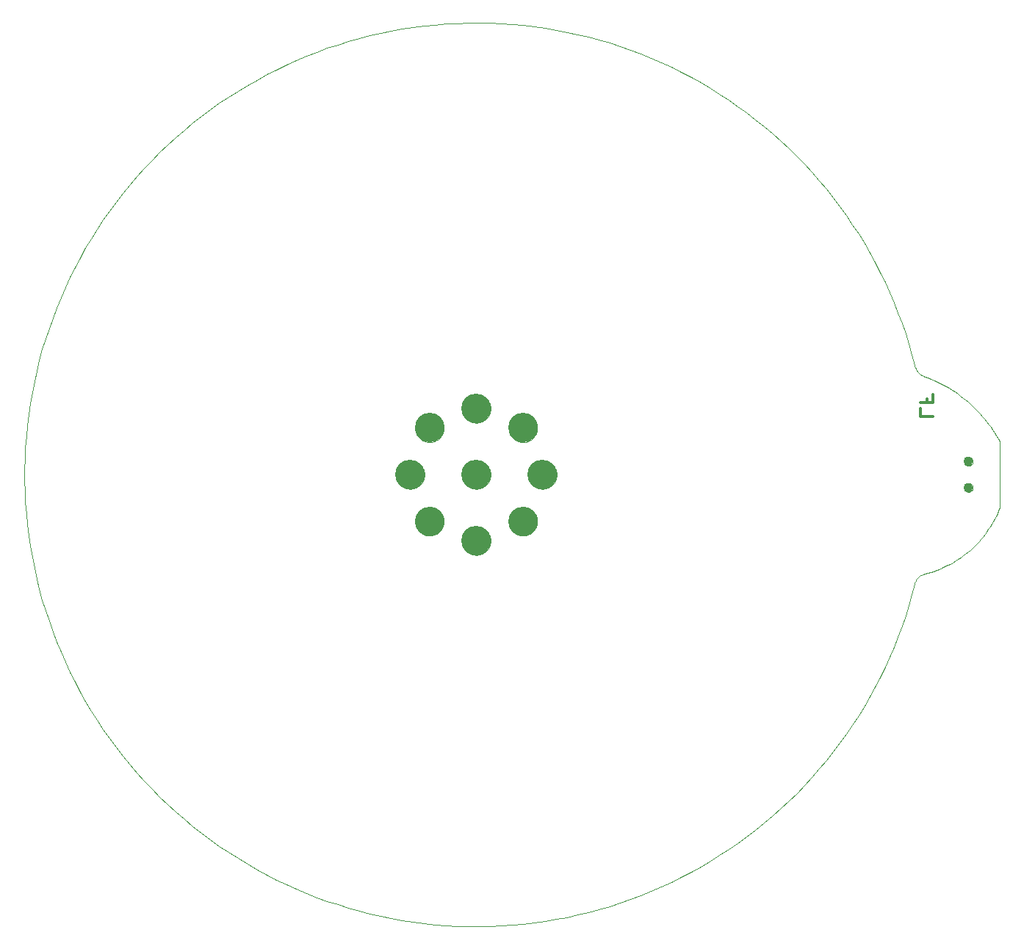
<source format=gbs>
G75*
%MOIN*%
%OFA0B0*%
%FSLAX24Y24*%
%IPPOS*%
%LPD*%
%AMOC8*
5,1,8,0,0,1.08239X$1,22.5*
%
%ADD10C,0.0010*%
%ADD11C,0.0140*%
%ADD12C,0.0000*%
%ADD13C,0.1339*%
%ADD14C,0.0434*%
D10*
X040496Y015646D02*
X040369Y015161D01*
X040230Y014679D01*
X040079Y014201D01*
X039917Y013727D01*
X039743Y013257D01*
X039557Y012791D01*
X039361Y012330D01*
X039153Y011874D01*
X038934Y011424D01*
X038704Y010978D01*
X038463Y010539D01*
X038212Y010105D01*
X037950Y009678D01*
X037678Y009257D01*
X037395Y008843D01*
X037102Y008436D01*
X036800Y008036D01*
X036488Y007644D01*
X036166Y007260D01*
X035835Y006883D01*
X035495Y006515D01*
X035147Y006155D01*
X034789Y005804D01*
X034423Y005462D01*
X034049Y005128D01*
X033666Y004804D01*
X033276Y004490D01*
X032878Y004185D01*
X032473Y003890D01*
X032061Y003605D01*
X031642Y003330D01*
X031216Y003065D01*
X030784Y002811D01*
X030346Y002567D01*
X029902Y002335D01*
X029453Y002113D01*
X028998Y001902D01*
X028538Y001702D01*
X028074Y001514D01*
X027605Y001337D01*
X027132Y001172D01*
X026655Y001018D01*
X026174Y000876D01*
X025690Y000746D01*
X025203Y000627D01*
X024713Y000521D01*
X024221Y000426D01*
X023727Y000344D01*
X023231Y000274D01*
X022733Y000216D01*
X022234Y000170D01*
X021734Y000136D01*
X021233Y000115D01*
X020732Y000105D01*
X020231Y000108D01*
X019730Y000124D01*
X019229Y000151D01*
X018730Y000191D01*
X018231Y000243D01*
X017734Y000307D01*
X017239Y000383D01*
X016745Y000472D01*
X016254Y000572D01*
X015766Y000684D01*
X015280Y000809D01*
X014798Y000945D01*
X014319Y001093D01*
X013844Y001252D01*
X013373Y001423D01*
X012906Y001606D01*
X012444Y001800D01*
X011986Y002005D01*
X011534Y002221D01*
X011088Y002448D01*
X010647Y002686D01*
X010212Y002935D01*
X009783Y003194D01*
X009360Y003464D01*
X008945Y003744D01*
X008536Y004034D01*
X008134Y004334D01*
X007740Y004644D01*
X007354Y004963D01*
X006976Y005292D01*
X006605Y005630D01*
X006243Y005976D01*
X005890Y006332D01*
X005545Y006696D01*
X005210Y007068D01*
X004884Y007449D01*
X004567Y007837D01*
X004259Y008233D01*
X003962Y008636D01*
X003674Y009047D01*
X003397Y009464D01*
X003129Y009888D01*
X002873Y010318D01*
X002626Y010755D01*
X002391Y011197D01*
X002167Y011646D01*
X001953Y012099D01*
X001751Y012558D01*
X001560Y013021D01*
X001380Y013489D01*
X001212Y013961D01*
X001055Y014437D01*
X000910Y014917D01*
X000777Y015400D01*
X000655Y015886D01*
X000546Y016375D01*
X000449Y016867D01*
X000363Y017361D01*
X000290Y017857D01*
X000229Y018354D01*
X000180Y018853D01*
X000143Y019353D01*
X000119Y019853D01*
X000107Y020354D01*
X000107Y020856D01*
X000119Y021357D01*
X000143Y021857D01*
X000180Y022357D01*
X000229Y022856D01*
X000290Y023353D01*
X000363Y023849D01*
X000449Y024343D01*
X000546Y024835D01*
X000655Y025324D01*
X000777Y025810D01*
X000910Y026293D01*
X001055Y026773D01*
X001212Y027249D01*
X001380Y027721D01*
X001560Y028189D01*
X001751Y028652D01*
X001953Y029111D01*
X002167Y029564D01*
X002391Y030013D01*
X002626Y030455D01*
X002873Y030892D01*
X003129Y031322D01*
X003397Y031746D01*
X003674Y032163D01*
X003962Y032574D01*
X004259Y032977D01*
X004567Y033373D01*
X004884Y033761D01*
X005210Y034142D01*
X005545Y034514D01*
X005890Y034878D01*
X006243Y035234D01*
X006605Y035580D01*
X006976Y035918D01*
X007354Y036247D01*
X007740Y036566D01*
X008134Y036876D01*
X008536Y037176D01*
X008945Y037466D01*
X009360Y037746D01*
X009783Y038016D01*
X010212Y038275D01*
X010647Y038524D01*
X011088Y038762D01*
X011534Y038989D01*
X011986Y039205D01*
X012444Y039410D01*
X012906Y039604D01*
X013373Y039787D01*
X013844Y039958D01*
X014319Y040117D01*
X014798Y040265D01*
X015280Y040401D01*
X015766Y040526D01*
X016254Y040638D01*
X016745Y040738D01*
X017239Y040827D01*
X017734Y040903D01*
X018231Y040967D01*
X018730Y041019D01*
X019229Y041059D01*
X019730Y041086D01*
X020231Y041102D01*
X020732Y041105D01*
X021233Y041095D01*
X021734Y041074D01*
X022234Y041040D01*
X022733Y040994D01*
X023231Y040936D01*
X023727Y040866D01*
X024221Y040784D01*
X024713Y040689D01*
X025203Y040583D01*
X025690Y040464D01*
X026174Y040334D01*
X026655Y040192D01*
X027132Y040038D01*
X027605Y039873D01*
X028074Y039696D01*
X028538Y039508D01*
X028998Y039308D01*
X029453Y039097D01*
X029902Y038875D01*
X030346Y038643D01*
X030784Y038399D01*
X031216Y038145D01*
X031642Y037880D01*
X032061Y037605D01*
X032473Y037320D01*
X032878Y037025D01*
X033276Y036720D01*
X033666Y036406D01*
X034049Y036082D01*
X034423Y035748D01*
X034789Y035406D01*
X035147Y035055D01*
X035495Y034695D01*
X035835Y034327D01*
X036166Y033950D01*
X036488Y033566D01*
X036800Y033174D01*
X037102Y032774D01*
X037395Y032367D01*
X037678Y031953D01*
X037950Y031532D01*
X038212Y031105D01*
X038463Y030671D01*
X038704Y030232D01*
X038934Y029786D01*
X039153Y029336D01*
X039361Y028880D01*
X039557Y028419D01*
X039743Y027953D01*
X039917Y027483D01*
X040079Y027009D01*
X040230Y026531D01*
X040369Y026049D01*
X040496Y025564D01*
X040510Y025515D01*
X040527Y025467D01*
X040548Y025421D01*
X040572Y025376D01*
X040599Y025333D01*
X040629Y025291D01*
X040662Y025252D01*
X040697Y025216D01*
X040735Y025182D01*
X040775Y025150D01*
X040817Y025122D01*
X040862Y025096D01*
X040907Y025074D01*
X040955Y025055D01*
X044355Y022105D02*
X044355Y019105D01*
X040955Y016105D02*
X040908Y016091D01*
X040862Y016074D01*
X040818Y016054D01*
X040776Y016030D01*
X040736Y016002D01*
X040697Y015972D01*
X040662Y015939D01*
X040629Y015903D01*
X040598Y015865D01*
X040571Y015825D01*
X040547Y015782D01*
X040527Y015738D01*
X040509Y015692D01*
X040496Y015646D01*
X044355Y022105D02*
X044281Y022239D01*
X044204Y022372D01*
X044124Y022503D01*
X044040Y022632D01*
X043954Y022758D01*
X043864Y022883D01*
X043771Y023005D01*
X043676Y023125D01*
X043577Y023243D01*
X043476Y023358D01*
X043371Y023470D01*
X043265Y023581D01*
X043155Y023688D01*
X043043Y023793D01*
X042928Y023895D01*
X042811Y023994D01*
X042692Y024090D01*
X042570Y024183D01*
X042446Y024274D01*
X042319Y024361D01*
X042191Y024445D01*
X042061Y024526D01*
X041929Y024604D01*
X041794Y024678D01*
X041659Y024750D01*
X041521Y024818D01*
X041382Y024882D01*
X041241Y024943D01*
X041099Y025001D01*
X040955Y025055D01*
X044355Y019105D02*
X044303Y018976D01*
X044248Y018849D01*
X044188Y018724D01*
X044126Y018600D01*
X044060Y018479D01*
X043990Y018359D01*
X043918Y018241D01*
X043842Y018125D01*
X043762Y018011D01*
X043680Y017900D01*
X043594Y017791D01*
X043506Y017684D01*
X043414Y017580D01*
X043320Y017479D01*
X043223Y017380D01*
X043123Y017284D01*
X043020Y017191D01*
X042915Y017101D01*
X042807Y017013D01*
X042697Y016929D01*
X042585Y016848D01*
X042470Y016770D01*
X042353Y016696D01*
X042234Y016624D01*
X042114Y016556D01*
X041991Y016492D01*
X041867Y016431D01*
X041741Y016373D01*
X041613Y016319D01*
X041484Y016269D01*
X041353Y016222D01*
X041222Y016179D01*
X041089Y016140D01*
X040955Y016105D01*
D11*
X040775Y023225D02*
X040775Y023599D01*
X040775Y023870D02*
X041335Y023870D01*
X041335Y024243D01*
X041055Y024056D02*
X041055Y023870D01*
X041335Y023225D02*
X040775Y023225D01*
D12*
X042741Y021196D02*
X042743Y021223D01*
X042749Y021250D01*
X042758Y021276D01*
X042771Y021300D01*
X042787Y021323D01*
X042806Y021342D01*
X042828Y021359D01*
X042852Y021373D01*
X042877Y021383D01*
X042904Y021390D01*
X042931Y021393D01*
X042959Y021392D01*
X042986Y021387D01*
X043012Y021379D01*
X043036Y021367D01*
X043059Y021351D01*
X043080Y021333D01*
X043097Y021312D01*
X043112Y021288D01*
X043123Y021263D01*
X043131Y021237D01*
X043135Y021210D01*
X043135Y021182D01*
X043131Y021155D01*
X043123Y021129D01*
X043112Y021104D01*
X043097Y021080D01*
X043080Y021059D01*
X043059Y021041D01*
X043037Y021025D01*
X043012Y021013D01*
X042986Y021005D01*
X042959Y021000D01*
X042931Y020999D01*
X042904Y021002D01*
X042877Y021009D01*
X042852Y021019D01*
X042828Y021033D01*
X042806Y021050D01*
X042787Y021069D01*
X042771Y021092D01*
X042758Y021116D01*
X042749Y021142D01*
X042743Y021169D01*
X042741Y021196D01*
X042741Y020014D02*
X042743Y020041D01*
X042749Y020068D01*
X042758Y020094D01*
X042771Y020118D01*
X042787Y020141D01*
X042806Y020160D01*
X042828Y020177D01*
X042852Y020191D01*
X042877Y020201D01*
X042904Y020208D01*
X042931Y020211D01*
X042959Y020210D01*
X042986Y020205D01*
X043012Y020197D01*
X043036Y020185D01*
X043059Y020169D01*
X043080Y020151D01*
X043097Y020130D01*
X043112Y020106D01*
X043123Y020081D01*
X043131Y020055D01*
X043135Y020028D01*
X043135Y020000D01*
X043131Y019973D01*
X043123Y019947D01*
X043112Y019922D01*
X043097Y019898D01*
X043080Y019877D01*
X043059Y019859D01*
X043037Y019843D01*
X043012Y019831D01*
X042986Y019823D01*
X042959Y019818D01*
X042931Y019817D01*
X042904Y019820D01*
X042877Y019827D01*
X042852Y019837D01*
X042828Y019851D01*
X042806Y019868D01*
X042787Y019887D01*
X042771Y019910D01*
X042758Y019934D01*
X042749Y019960D01*
X042743Y019987D01*
X042741Y020014D01*
X022955Y020605D02*
X022957Y020655D01*
X022963Y020705D01*
X022973Y020755D01*
X022986Y020803D01*
X023003Y020851D01*
X023024Y020897D01*
X023048Y020941D01*
X023076Y020983D01*
X023107Y021023D01*
X023141Y021060D01*
X023178Y021095D01*
X023217Y021126D01*
X023258Y021155D01*
X023302Y021180D01*
X023348Y021202D01*
X023395Y021220D01*
X023443Y021234D01*
X023492Y021245D01*
X023542Y021252D01*
X023592Y021255D01*
X023643Y021254D01*
X023693Y021249D01*
X023743Y021240D01*
X023791Y021228D01*
X023839Y021211D01*
X023885Y021191D01*
X023930Y021168D01*
X023973Y021141D01*
X024013Y021111D01*
X024051Y021078D01*
X024086Y021042D01*
X024119Y021003D01*
X024148Y020962D01*
X024174Y020919D01*
X024197Y020874D01*
X024216Y020827D01*
X024231Y020779D01*
X024243Y020730D01*
X024251Y020680D01*
X024255Y020630D01*
X024255Y020580D01*
X024251Y020530D01*
X024243Y020480D01*
X024231Y020431D01*
X024216Y020383D01*
X024197Y020336D01*
X024174Y020291D01*
X024148Y020248D01*
X024119Y020207D01*
X024086Y020168D01*
X024051Y020132D01*
X024013Y020099D01*
X023973Y020069D01*
X023930Y020042D01*
X023885Y020019D01*
X023839Y019999D01*
X023791Y019982D01*
X023743Y019970D01*
X023693Y019961D01*
X023643Y019956D01*
X023592Y019955D01*
X023542Y019958D01*
X023492Y019965D01*
X023443Y019976D01*
X023395Y019990D01*
X023348Y020008D01*
X023302Y020030D01*
X023258Y020055D01*
X023217Y020084D01*
X023178Y020115D01*
X023141Y020150D01*
X023107Y020187D01*
X023076Y020227D01*
X023048Y020269D01*
X023024Y020313D01*
X023003Y020359D01*
X022986Y020407D01*
X022973Y020455D01*
X022963Y020505D01*
X022957Y020555D01*
X022955Y020605D01*
X022076Y022726D02*
X022078Y022776D01*
X022084Y022826D01*
X022094Y022876D01*
X022107Y022924D01*
X022124Y022972D01*
X022145Y023018D01*
X022169Y023062D01*
X022197Y023104D01*
X022228Y023144D01*
X022262Y023181D01*
X022299Y023216D01*
X022338Y023247D01*
X022379Y023276D01*
X022423Y023301D01*
X022469Y023323D01*
X022516Y023341D01*
X022564Y023355D01*
X022613Y023366D01*
X022663Y023373D01*
X022713Y023376D01*
X022764Y023375D01*
X022814Y023370D01*
X022864Y023361D01*
X022912Y023349D01*
X022960Y023332D01*
X023006Y023312D01*
X023051Y023289D01*
X023094Y023262D01*
X023134Y023232D01*
X023172Y023199D01*
X023207Y023163D01*
X023240Y023124D01*
X023269Y023083D01*
X023295Y023040D01*
X023318Y022995D01*
X023337Y022948D01*
X023352Y022900D01*
X023364Y022851D01*
X023372Y022801D01*
X023376Y022751D01*
X023376Y022701D01*
X023372Y022651D01*
X023364Y022601D01*
X023352Y022552D01*
X023337Y022504D01*
X023318Y022457D01*
X023295Y022412D01*
X023269Y022369D01*
X023240Y022328D01*
X023207Y022289D01*
X023172Y022253D01*
X023134Y022220D01*
X023094Y022190D01*
X023051Y022163D01*
X023006Y022140D01*
X022960Y022120D01*
X022912Y022103D01*
X022864Y022091D01*
X022814Y022082D01*
X022764Y022077D01*
X022713Y022076D01*
X022663Y022079D01*
X022613Y022086D01*
X022564Y022097D01*
X022516Y022111D01*
X022469Y022129D01*
X022423Y022151D01*
X022379Y022176D01*
X022338Y022205D01*
X022299Y022236D01*
X022262Y022271D01*
X022228Y022308D01*
X022197Y022348D01*
X022169Y022390D01*
X022145Y022434D01*
X022124Y022480D01*
X022107Y022528D01*
X022094Y022576D01*
X022084Y022626D01*
X022078Y022676D01*
X022076Y022726D01*
X019955Y023605D02*
X019957Y023655D01*
X019963Y023705D01*
X019973Y023755D01*
X019986Y023803D01*
X020003Y023851D01*
X020024Y023897D01*
X020048Y023941D01*
X020076Y023983D01*
X020107Y024023D01*
X020141Y024060D01*
X020178Y024095D01*
X020217Y024126D01*
X020258Y024155D01*
X020302Y024180D01*
X020348Y024202D01*
X020395Y024220D01*
X020443Y024234D01*
X020492Y024245D01*
X020542Y024252D01*
X020592Y024255D01*
X020643Y024254D01*
X020693Y024249D01*
X020743Y024240D01*
X020791Y024228D01*
X020839Y024211D01*
X020885Y024191D01*
X020930Y024168D01*
X020973Y024141D01*
X021013Y024111D01*
X021051Y024078D01*
X021086Y024042D01*
X021119Y024003D01*
X021148Y023962D01*
X021174Y023919D01*
X021197Y023874D01*
X021216Y023827D01*
X021231Y023779D01*
X021243Y023730D01*
X021251Y023680D01*
X021255Y023630D01*
X021255Y023580D01*
X021251Y023530D01*
X021243Y023480D01*
X021231Y023431D01*
X021216Y023383D01*
X021197Y023336D01*
X021174Y023291D01*
X021148Y023248D01*
X021119Y023207D01*
X021086Y023168D01*
X021051Y023132D01*
X021013Y023099D01*
X020973Y023069D01*
X020930Y023042D01*
X020885Y023019D01*
X020839Y022999D01*
X020791Y022982D01*
X020743Y022970D01*
X020693Y022961D01*
X020643Y022956D01*
X020592Y022955D01*
X020542Y022958D01*
X020492Y022965D01*
X020443Y022976D01*
X020395Y022990D01*
X020348Y023008D01*
X020302Y023030D01*
X020258Y023055D01*
X020217Y023084D01*
X020178Y023115D01*
X020141Y023150D01*
X020107Y023187D01*
X020076Y023227D01*
X020048Y023269D01*
X020024Y023313D01*
X020003Y023359D01*
X019986Y023407D01*
X019973Y023455D01*
X019963Y023505D01*
X019957Y023555D01*
X019955Y023605D01*
X017834Y022726D02*
X017836Y022776D01*
X017842Y022826D01*
X017852Y022876D01*
X017865Y022924D01*
X017882Y022972D01*
X017903Y023018D01*
X017927Y023062D01*
X017955Y023104D01*
X017986Y023144D01*
X018020Y023181D01*
X018057Y023216D01*
X018096Y023247D01*
X018137Y023276D01*
X018181Y023301D01*
X018227Y023323D01*
X018274Y023341D01*
X018322Y023355D01*
X018371Y023366D01*
X018421Y023373D01*
X018471Y023376D01*
X018522Y023375D01*
X018572Y023370D01*
X018622Y023361D01*
X018670Y023349D01*
X018718Y023332D01*
X018764Y023312D01*
X018809Y023289D01*
X018852Y023262D01*
X018892Y023232D01*
X018930Y023199D01*
X018965Y023163D01*
X018998Y023124D01*
X019027Y023083D01*
X019053Y023040D01*
X019076Y022995D01*
X019095Y022948D01*
X019110Y022900D01*
X019122Y022851D01*
X019130Y022801D01*
X019134Y022751D01*
X019134Y022701D01*
X019130Y022651D01*
X019122Y022601D01*
X019110Y022552D01*
X019095Y022504D01*
X019076Y022457D01*
X019053Y022412D01*
X019027Y022369D01*
X018998Y022328D01*
X018965Y022289D01*
X018930Y022253D01*
X018892Y022220D01*
X018852Y022190D01*
X018809Y022163D01*
X018764Y022140D01*
X018718Y022120D01*
X018670Y022103D01*
X018622Y022091D01*
X018572Y022082D01*
X018522Y022077D01*
X018471Y022076D01*
X018421Y022079D01*
X018371Y022086D01*
X018322Y022097D01*
X018274Y022111D01*
X018227Y022129D01*
X018181Y022151D01*
X018137Y022176D01*
X018096Y022205D01*
X018057Y022236D01*
X018020Y022271D01*
X017986Y022308D01*
X017955Y022348D01*
X017927Y022390D01*
X017903Y022434D01*
X017882Y022480D01*
X017865Y022528D01*
X017852Y022576D01*
X017842Y022626D01*
X017836Y022676D01*
X017834Y022726D01*
X016955Y020605D02*
X016957Y020655D01*
X016963Y020705D01*
X016973Y020755D01*
X016986Y020803D01*
X017003Y020851D01*
X017024Y020897D01*
X017048Y020941D01*
X017076Y020983D01*
X017107Y021023D01*
X017141Y021060D01*
X017178Y021095D01*
X017217Y021126D01*
X017258Y021155D01*
X017302Y021180D01*
X017348Y021202D01*
X017395Y021220D01*
X017443Y021234D01*
X017492Y021245D01*
X017542Y021252D01*
X017592Y021255D01*
X017643Y021254D01*
X017693Y021249D01*
X017743Y021240D01*
X017791Y021228D01*
X017839Y021211D01*
X017885Y021191D01*
X017930Y021168D01*
X017973Y021141D01*
X018013Y021111D01*
X018051Y021078D01*
X018086Y021042D01*
X018119Y021003D01*
X018148Y020962D01*
X018174Y020919D01*
X018197Y020874D01*
X018216Y020827D01*
X018231Y020779D01*
X018243Y020730D01*
X018251Y020680D01*
X018255Y020630D01*
X018255Y020580D01*
X018251Y020530D01*
X018243Y020480D01*
X018231Y020431D01*
X018216Y020383D01*
X018197Y020336D01*
X018174Y020291D01*
X018148Y020248D01*
X018119Y020207D01*
X018086Y020168D01*
X018051Y020132D01*
X018013Y020099D01*
X017973Y020069D01*
X017930Y020042D01*
X017885Y020019D01*
X017839Y019999D01*
X017791Y019982D01*
X017743Y019970D01*
X017693Y019961D01*
X017643Y019956D01*
X017592Y019955D01*
X017542Y019958D01*
X017492Y019965D01*
X017443Y019976D01*
X017395Y019990D01*
X017348Y020008D01*
X017302Y020030D01*
X017258Y020055D01*
X017217Y020084D01*
X017178Y020115D01*
X017141Y020150D01*
X017107Y020187D01*
X017076Y020227D01*
X017048Y020269D01*
X017024Y020313D01*
X017003Y020359D01*
X016986Y020407D01*
X016973Y020455D01*
X016963Y020505D01*
X016957Y020555D01*
X016955Y020605D01*
X017834Y018484D02*
X017836Y018534D01*
X017842Y018584D01*
X017852Y018634D01*
X017865Y018682D01*
X017882Y018730D01*
X017903Y018776D01*
X017927Y018820D01*
X017955Y018862D01*
X017986Y018902D01*
X018020Y018939D01*
X018057Y018974D01*
X018096Y019005D01*
X018137Y019034D01*
X018181Y019059D01*
X018227Y019081D01*
X018274Y019099D01*
X018322Y019113D01*
X018371Y019124D01*
X018421Y019131D01*
X018471Y019134D01*
X018522Y019133D01*
X018572Y019128D01*
X018622Y019119D01*
X018670Y019107D01*
X018718Y019090D01*
X018764Y019070D01*
X018809Y019047D01*
X018852Y019020D01*
X018892Y018990D01*
X018930Y018957D01*
X018965Y018921D01*
X018998Y018882D01*
X019027Y018841D01*
X019053Y018798D01*
X019076Y018753D01*
X019095Y018706D01*
X019110Y018658D01*
X019122Y018609D01*
X019130Y018559D01*
X019134Y018509D01*
X019134Y018459D01*
X019130Y018409D01*
X019122Y018359D01*
X019110Y018310D01*
X019095Y018262D01*
X019076Y018215D01*
X019053Y018170D01*
X019027Y018127D01*
X018998Y018086D01*
X018965Y018047D01*
X018930Y018011D01*
X018892Y017978D01*
X018852Y017948D01*
X018809Y017921D01*
X018764Y017898D01*
X018718Y017878D01*
X018670Y017861D01*
X018622Y017849D01*
X018572Y017840D01*
X018522Y017835D01*
X018471Y017834D01*
X018421Y017837D01*
X018371Y017844D01*
X018322Y017855D01*
X018274Y017869D01*
X018227Y017887D01*
X018181Y017909D01*
X018137Y017934D01*
X018096Y017963D01*
X018057Y017994D01*
X018020Y018029D01*
X017986Y018066D01*
X017955Y018106D01*
X017927Y018148D01*
X017903Y018192D01*
X017882Y018238D01*
X017865Y018286D01*
X017852Y018334D01*
X017842Y018384D01*
X017836Y018434D01*
X017834Y018484D01*
X019955Y017605D02*
X019957Y017655D01*
X019963Y017705D01*
X019973Y017755D01*
X019986Y017803D01*
X020003Y017851D01*
X020024Y017897D01*
X020048Y017941D01*
X020076Y017983D01*
X020107Y018023D01*
X020141Y018060D01*
X020178Y018095D01*
X020217Y018126D01*
X020258Y018155D01*
X020302Y018180D01*
X020348Y018202D01*
X020395Y018220D01*
X020443Y018234D01*
X020492Y018245D01*
X020542Y018252D01*
X020592Y018255D01*
X020643Y018254D01*
X020693Y018249D01*
X020743Y018240D01*
X020791Y018228D01*
X020839Y018211D01*
X020885Y018191D01*
X020930Y018168D01*
X020973Y018141D01*
X021013Y018111D01*
X021051Y018078D01*
X021086Y018042D01*
X021119Y018003D01*
X021148Y017962D01*
X021174Y017919D01*
X021197Y017874D01*
X021216Y017827D01*
X021231Y017779D01*
X021243Y017730D01*
X021251Y017680D01*
X021255Y017630D01*
X021255Y017580D01*
X021251Y017530D01*
X021243Y017480D01*
X021231Y017431D01*
X021216Y017383D01*
X021197Y017336D01*
X021174Y017291D01*
X021148Y017248D01*
X021119Y017207D01*
X021086Y017168D01*
X021051Y017132D01*
X021013Y017099D01*
X020973Y017069D01*
X020930Y017042D01*
X020885Y017019D01*
X020839Y016999D01*
X020791Y016982D01*
X020743Y016970D01*
X020693Y016961D01*
X020643Y016956D01*
X020592Y016955D01*
X020542Y016958D01*
X020492Y016965D01*
X020443Y016976D01*
X020395Y016990D01*
X020348Y017008D01*
X020302Y017030D01*
X020258Y017055D01*
X020217Y017084D01*
X020178Y017115D01*
X020141Y017150D01*
X020107Y017187D01*
X020076Y017227D01*
X020048Y017269D01*
X020024Y017313D01*
X020003Y017359D01*
X019986Y017407D01*
X019973Y017455D01*
X019963Y017505D01*
X019957Y017555D01*
X019955Y017605D01*
X022076Y018484D02*
X022078Y018534D01*
X022084Y018584D01*
X022094Y018634D01*
X022107Y018682D01*
X022124Y018730D01*
X022145Y018776D01*
X022169Y018820D01*
X022197Y018862D01*
X022228Y018902D01*
X022262Y018939D01*
X022299Y018974D01*
X022338Y019005D01*
X022379Y019034D01*
X022423Y019059D01*
X022469Y019081D01*
X022516Y019099D01*
X022564Y019113D01*
X022613Y019124D01*
X022663Y019131D01*
X022713Y019134D01*
X022764Y019133D01*
X022814Y019128D01*
X022864Y019119D01*
X022912Y019107D01*
X022960Y019090D01*
X023006Y019070D01*
X023051Y019047D01*
X023094Y019020D01*
X023134Y018990D01*
X023172Y018957D01*
X023207Y018921D01*
X023240Y018882D01*
X023269Y018841D01*
X023295Y018798D01*
X023318Y018753D01*
X023337Y018706D01*
X023352Y018658D01*
X023364Y018609D01*
X023372Y018559D01*
X023376Y018509D01*
X023376Y018459D01*
X023372Y018409D01*
X023364Y018359D01*
X023352Y018310D01*
X023337Y018262D01*
X023318Y018215D01*
X023295Y018170D01*
X023269Y018127D01*
X023240Y018086D01*
X023207Y018047D01*
X023172Y018011D01*
X023134Y017978D01*
X023094Y017948D01*
X023051Y017921D01*
X023006Y017898D01*
X022960Y017878D01*
X022912Y017861D01*
X022864Y017849D01*
X022814Y017840D01*
X022764Y017835D01*
X022713Y017834D01*
X022663Y017837D01*
X022613Y017844D01*
X022564Y017855D01*
X022516Y017869D01*
X022469Y017887D01*
X022423Y017909D01*
X022379Y017934D01*
X022338Y017963D01*
X022299Y017994D01*
X022262Y018029D01*
X022228Y018066D01*
X022197Y018106D01*
X022169Y018148D01*
X022145Y018192D01*
X022124Y018238D01*
X022107Y018286D01*
X022094Y018334D01*
X022084Y018384D01*
X022078Y018434D01*
X022076Y018484D01*
X019955Y020605D02*
X019957Y020655D01*
X019963Y020705D01*
X019973Y020755D01*
X019986Y020803D01*
X020003Y020851D01*
X020024Y020897D01*
X020048Y020941D01*
X020076Y020983D01*
X020107Y021023D01*
X020141Y021060D01*
X020178Y021095D01*
X020217Y021126D01*
X020258Y021155D01*
X020302Y021180D01*
X020348Y021202D01*
X020395Y021220D01*
X020443Y021234D01*
X020492Y021245D01*
X020542Y021252D01*
X020592Y021255D01*
X020643Y021254D01*
X020693Y021249D01*
X020743Y021240D01*
X020791Y021228D01*
X020839Y021211D01*
X020885Y021191D01*
X020930Y021168D01*
X020973Y021141D01*
X021013Y021111D01*
X021051Y021078D01*
X021086Y021042D01*
X021119Y021003D01*
X021148Y020962D01*
X021174Y020919D01*
X021197Y020874D01*
X021216Y020827D01*
X021231Y020779D01*
X021243Y020730D01*
X021251Y020680D01*
X021255Y020630D01*
X021255Y020580D01*
X021251Y020530D01*
X021243Y020480D01*
X021231Y020431D01*
X021216Y020383D01*
X021197Y020336D01*
X021174Y020291D01*
X021148Y020248D01*
X021119Y020207D01*
X021086Y020168D01*
X021051Y020132D01*
X021013Y020099D01*
X020973Y020069D01*
X020930Y020042D01*
X020885Y020019D01*
X020839Y019999D01*
X020791Y019982D01*
X020743Y019970D01*
X020693Y019961D01*
X020643Y019956D01*
X020592Y019955D01*
X020542Y019958D01*
X020492Y019965D01*
X020443Y019976D01*
X020395Y019990D01*
X020348Y020008D01*
X020302Y020030D01*
X020258Y020055D01*
X020217Y020084D01*
X020178Y020115D01*
X020141Y020150D01*
X020107Y020187D01*
X020076Y020227D01*
X020048Y020269D01*
X020024Y020313D01*
X020003Y020359D01*
X019986Y020407D01*
X019973Y020455D01*
X019963Y020505D01*
X019957Y020555D01*
X019955Y020605D01*
D13*
X018484Y018484D03*
X020605Y017605D03*
X022726Y018484D03*
X023605Y020605D03*
X022726Y022726D03*
X020605Y023605D03*
X018484Y022726D03*
X017605Y020605D03*
X020605Y020605D03*
D14*
X042938Y020014D03*
X042938Y021196D03*
M02*

</source>
